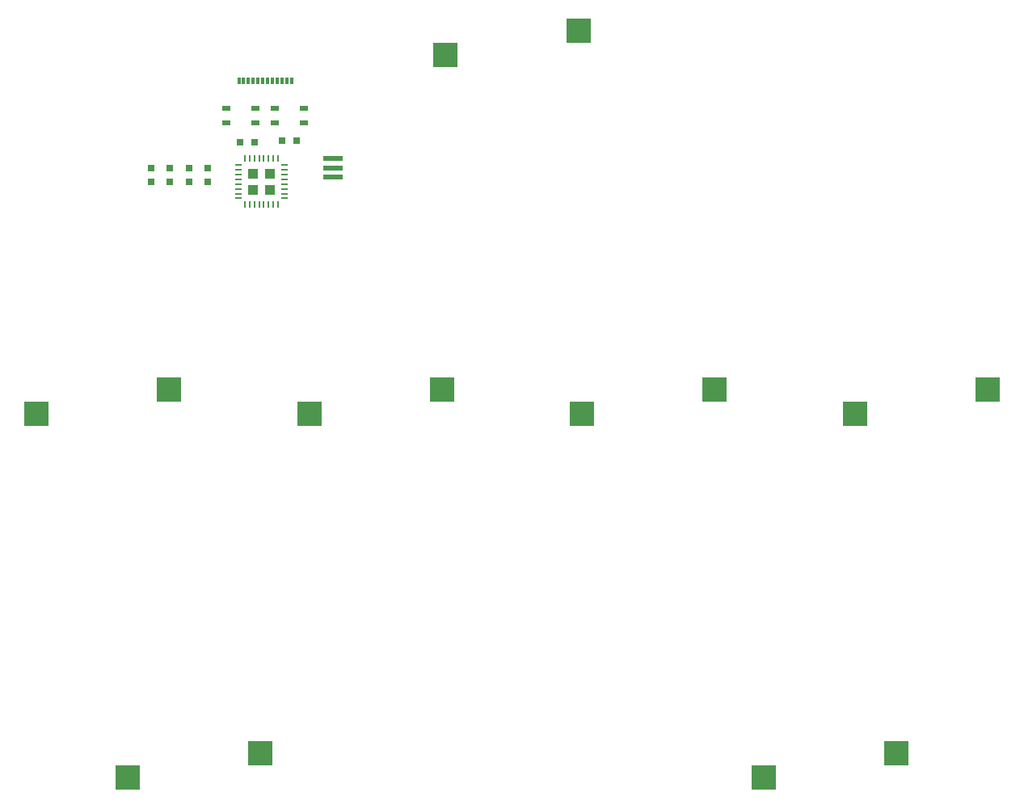
<source format=gbp>
G04 #@! TF.GenerationSoftware,KiCad,Pcbnew,(5.1.10)-1*
G04 #@! TF.CreationDate,2021-06-02T00:04:46-04:00*
G04 #@! TF.ProjectId,PocketVoltex,506f636b-6574-4566-9f6c-7465782e6b69,7*
G04 #@! TF.SameCoordinates,Original*
G04 #@! TF.FileFunction,Paste,Bot*
G04 #@! TF.FilePolarity,Positive*
%FSLAX46Y46*%
G04 Gerber Fmt 4.6, Leading zero omitted, Abs format (unit mm)*
G04 Created by KiCad (PCBNEW (5.1.10)-1) date 2021-06-02 00:04:46*
%MOMM*%
%LPD*%
G01*
G04 APERTURE LIST*
%ADD10R,0.900000X0.500000*%
%ADD11R,0.700000X0.250000*%
%ADD12R,0.250000X0.700000*%
%ADD13R,1.035000X1.035000*%
%ADD14R,2.000000X0.600000*%
%ADD15R,2.550000X2.500000*%
%ADD16R,0.320000X0.700000*%
%ADD17R,0.750000X0.800000*%
%ADD18R,0.800000X0.750000*%
G04 APERTURE END LIST*
D10*
X132765800Y-68998400D03*
X132765800Y-70498400D03*
D11*
X130700000Y-74950000D03*
X130700000Y-75450000D03*
X130700000Y-75950000D03*
X130700000Y-76450000D03*
X130700000Y-76950000D03*
X130700000Y-77450000D03*
X130700000Y-77950000D03*
X130700000Y-78450000D03*
D12*
X130050000Y-79100000D03*
X129550000Y-79100000D03*
X129050000Y-79100000D03*
X128550000Y-79100000D03*
X128050000Y-79100000D03*
X127550000Y-79100000D03*
X127050000Y-79100000D03*
X126550000Y-79100000D03*
D11*
X125900000Y-78450000D03*
X125900000Y-77950000D03*
X125900000Y-77450000D03*
X125900000Y-76950000D03*
X125900000Y-76450000D03*
X125900000Y-75950000D03*
X125900000Y-75450000D03*
X125900000Y-74950000D03*
D12*
X126550000Y-74300000D03*
X127050000Y-74300000D03*
X127550000Y-74300000D03*
X128050000Y-74300000D03*
X128550000Y-74300000D03*
X129050000Y-74300000D03*
X129550000Y-74300000D03*
X130050000Y-74300000D03*
D13*
X127437500Y-77562500D03*
X127437500Y-75837500D03*
X129162500Y-77562500D03*
X129162500Y-75837500D03*
D14*
X135800000Y-74300000D03*
X135800000Y-75250000D03*
X135800000Y-76200000D03*
D15*
X194837500Y-136612000D03*
X180937500Y-139152000D03*
X128162500Y-136612000D03*
X114262500Y-139152000D03*
X204362500Y-98512000D03*
X190462500Y-101052000D03*
X175787500Y-98512000D03*
X161887500Y-101052000D03*
X147212500Y-98512000D03*
X133312500Y-101052000D03*
X118637500Y-98512000D03*
X104737500Y-101052000D03*
X161500000Y-60920000D03*
X147600000Y-63460000D03*
D10*
X124600000Y-69050000D03*
X124600000Y-70550000D03*
X129700000Y-70500000D03*
X129700000Y-69000000D03*
X127700000Y-69000000D03*
X127700000Y-70500000D03*
D16*
X125930000Y-66110000D03*
X126430000Y-66110000D03*
X126930000Y-66110000D03*
X127430000Y-66110000D03*
X127930000Y-66110000D03*
X128430000Y-66110000D03*
X128930000Y-66110000D03*
X129430000Y-66110000D03*
X129930000Y-66110000D03*
X130430000Y-66110000D03*
X130930000Y-66110000D03*
X131430000Y-66110000D03*
D17*
X120700000Y-76750000D03*
X120700000Y-75250000D03*
X122700000Y-75250000D03*
X122700000Y-76750000D03*
X116700000Y-76750000D03*
X116700000Y-75250000D03*
X118700000Y-75250000D03*
X118700000Y-76750000D03*
D18*
X131950000Y-72400000D03*
X130450000Y-72400000D03*
X127550000Y-72600000D03*
X126050000Y-72600000D03*
M02*

</source>
